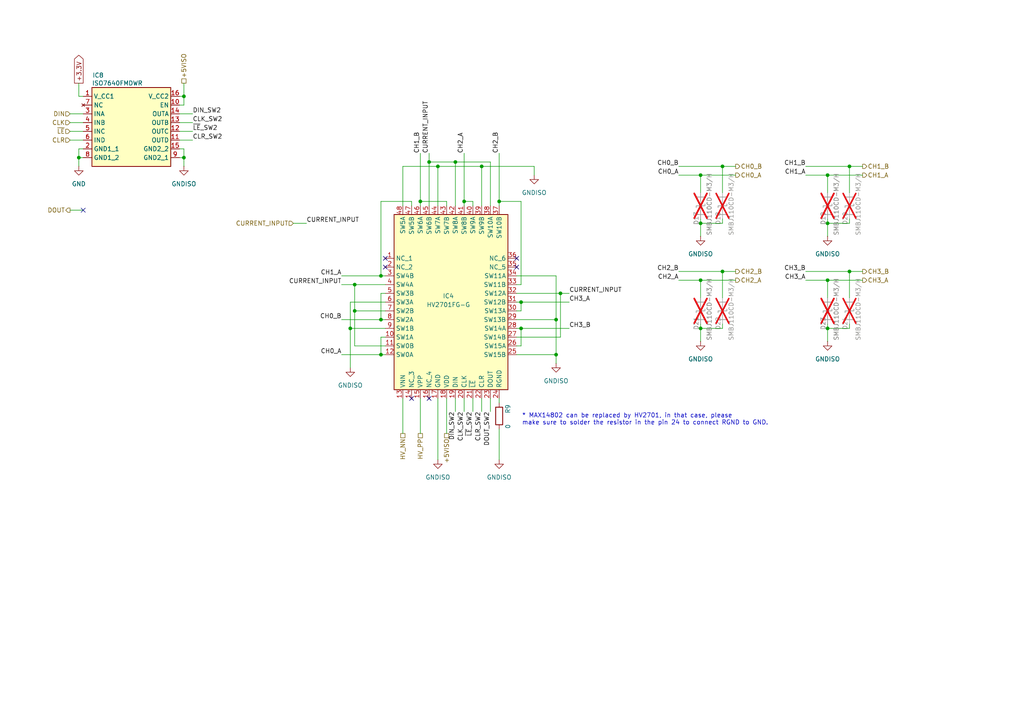
<source format=kicad_sch>
(kicad_sch (version 20231120) (generator "eeschema") (generator_version "8.0")
  (paper "A4")
  (title_block (title "TechStim-Hardware Design") (date "2024-04-17") (rev "0.0.1") (company "Technaid SL") (comment 1 "IND2022/TIC-23606"))
  (lib_symbols
    (symbol "Device:R" (pin_numbers hide) (pin_names (offset 0))
      (property "Reference" "R" (at 2.032 0 90))
      (property "Value" "R" (at 0 0 90))
      (symbol "R_0_1"
        (rectangle (start -1.016 -2.54) (end 1.016 2.54) (stroke (width 0.254)))
      )
      (symbol "R_1_1"
        (pin passive line (at 0 3.81 270) (length 1.27) (name "~") (number "1"))
        (pin passive line (at 0 -3.81 90) (length 1.27) (name "~") (number "2"))
      )
    )
    (symbol "Diode:SMAJ5.0CA" (pin_numbers hide) (pin_names (offset 1.016) hide)
      (property "Reference" "D" (at 0 2.54 0))
      (property "Value" "SMAJ5.0CA" (at 0 -2.54 0))
      (symbol "SMAJ5.0CA_0_1"
        (polyline (pts (xy 1.27 0) (xy -1.27 0)))
        (polyline (pts (xy -2.54 -1.27) (xy 0 0) (xy -2.54 1.27) (xy -2.54 -1.27)) (stroke (width 0.2032)))
        (polyline (pts (xy 0.508 1.27) (xy 0 1.27) (xy 0 -1.27) (xy -0.508 -1.27)) (stroke (width 0.2032)))
        (polyline (pts (xy 2.54 1.27) (xy 2.54 -1.27) (xy 0 0) (xy 2.54 1.27)) (stroke (width 0.2032)))
      )
      (symbol "SMAJ5.0CA_1_1"
        (pin passive line (at -3.81 0 0) (length 2.54) (name "A1") (number "1"))
        (pin passive line (at 3.81 0 180) (length 2.54) (name "A2") (number "2"))
      )
    )
    (symbol "Technaid:ISO7640FMDWR"
      (property "Reference" "IC" (at 29.21 7.62 0))
      (property "Value" "ISO7640FMDWR" (at 29.21 5.08 0))
      (symbol "ISO7640FMDWR_1_1"
        (rectangle (start 5.08 2.54) (end 27.94 -20.32) (stroke (width 0.254)) (fill (type background)))
        (pin passive line (at 2.54 0 0) (length 2.54) (name "V_CC1") (number "1"))
        (pin passive line (at 30.48 -2.54 180) (length 2.54) (name "EN") (number "10"))
        (pin output line (at 30.48 -12.7 180) (length 2.54) (name "OUTD") (number "11"))
        (pin output line (at 30.48 -10.16 180) (length 2.54) (name "OUTC") (number "12"))
        (pin output line (at 30.48 -7.62 180) (length 2.54) (name "OUTB") (number "13"))
        (pin output line (at 30.48 -5.08 180) (length 2.54) (name "OUTA") (number "14"))
        (pin passive line (at 30.48 -15.24 180) (length 2.54) (name "GND2_2") (number "15"))
        (pin passive line (at 30.48 0 180) (length 2.54) (name "V_CC2") (number "16"))
        (pin passive line (at 2.54 -15.24 0) (length 2.54) (name "GND1_1") (number "2"))
        (pin input line (at 2.54 -5.08 0) (length 2.54) (name "INA") (number "3"))
        (pin input line (at 2.54 -7.62 0) (length 2.54) (name "INB") (number "4"))
        (pin input line (at 2.54 -10.16 0) (length 2.54) (name "INC") (number "5"))
        (pin input line (at 2.54 -12.7 0) (length 2.54) (name "IND") (number "6"))
        (pin no_connect line (at 2.54 -2.54 0) (length 2.54) (name "NC") (number "7"))
        (pin passive line (at 2.54 -17.78 0) (length 2.54) (name "GND1_2") (number "8"))
        (pin passive line (at 30.48 -17.78 180) (length 2.54) (name "GND2_1") (number "9"))
      )
    )
    (symbol "power:GND" (power) (pin_numbers hide) (pin_names (offset 0) hide)
      (property "Value" "GND" (at 0 -3.81 0))
      (symbol "GND_0_1"
        (polyline (pts (xy 0 0) (xy 0 -1.27) (xy 1.27 -1.27) (xy 0 -2.54) (xy -1.27 -1.27) (xy 0 -1.27)))
      )
      (symbol "GND_1_1"
        (pin power_in line (at 0 0 270) (length 0) (name "~") (number "1"))
      )
    )
    (symbol "power:GND3" (power) (pin_numbers hide) (pin_names (offset 0) hide)
      (property "Value" "GND3" (at 0 -3.81 0))
      (symbol "GND3_0_1"
        (polyline (pts (xy 0 0) (xy 0 -1.27) (xy 1.27 -1.27) (xy 0 -2.54) (xy -1.27 -1.27) (xy 0 -1.27)))
      )
      (symbol "GND3_1_1"
        (pin power_in line (at 0 0 270) (length 0) (name "~") (number "1"))
      )
    )
    (symbol "techstim:HV2701FG-G"
      (property "Reference" "IC" (at 33.528 -0.762 0))
      (property "Value" "HV2701FG-G" (at 33.528 -3.302 0))
      (symbol "HV2701FG-G_1_1"
        (rectangle (start 0 0) (end 33.02 -50.8) (stroke (width 0.254)) (fill (type background)))
        (pin no_connect line (at -2.54 -12.7 0) (length 2.54) (name "NC_1") (number "1"))
        (pin passive line (at -2.54 -35.56 0) (length 2.54) (name "SW1A") (number "10"))
        (pin passive line (at -2.54 -38.1 0) (length 2.54) (name "SW0B") (number "11"))
        (pin passive line (at -2.54 -40.64 0) (length 2.54) (name "SW0A") (number "12"))
        (pin power_in line (at 2.54 -53.34 90) (length 2.54) (name "VNN") (number "13"))
        (pin no_connect line (at 5.08 -53.34 90) (length 2.54) (name "NC_3") (number "14"))
        (pin power_in line (at 7.62 -53.34 90) (length 2.54) (name "VPP") (number "15"))
        (pin no_connect line (at 10.16 -53.34 90) (length 2.54) (name "NC_4") (number "16"))
        (pin power_in line (at 12.7 -53.34 90) (length 2.54) (name "GND") (number "17"))
        (pin power_in line (at 15.24 -53.34 90) (length 2.54) (name "VDD") (number "18"))
        (pin input line (at 17.78 -53.34 90) (length 2.54) (name "DIN") (number "19"))
        (pin no_connect line (at -2.54 -15.24 0) (length 2.54) (name "NC_2") (number "2"))
        (pin input line (at 20.32 -53.34 90) (length 2.54) (name "CLK") (number "20"))
        (pin input line (at 22.86 -53.34 90) (length 2.54) (name "~{LE}") (number "21"))
        (pin input line (at 25.4 -53.34 90) (length 2.54) (name "CLR") (number "22"))
        (pin output line (at 27.94 -53.34 90) (length 2.54) (name "DOUT") (number "23"))
        (pin power_in line (at 30.48 -53.34 90) (length 2.54) (name "RGND") (number "24"))
        (pin passive line (at 35.56 -40.64 180) (length 2.54) (name "SW15B") (number "25"))
        (pin passive line (at 35.56 -38.1 180) (length 2.54) (name "SW15A") (number "26"))
        (pin passive line (at 35.56 -35.56 180) (length 2.54) (name "SW14B") (number "27"))
        (pin passive line (at 35.56 -33.02 180) (length 2.54) (name "SW14A") (number "28"))
        (pin passive line (at 35.56 -30.48 180) (length 2.54) (name "SW13B") (number "29"))
        (pin passive line (at -2.54 -17.78 0) (length 2.54) (name "SW4B") (number "3"))
        (pin passive line (at 35.56 -27.94 180) (length 2.54) (name "SW13A") (number "30"))
        (pin passive line (at 35.56 -25.4 180) (length 2.54) (name "SW12B") (number "31"))
        (pin passive line (at 35.56 -22.86 180) (length 2.54) (name "SW12A") (number "32"))
        (pin passive line (at 35.56 -20.32 180) (length 2.54) (name "SW11B") (number "33"))
        (pin passive line (at 35.56 -17.78 180) (length 2.54) (name "SW11A") (number "34"))
        (pin no_connect line (at 35.56 -15.24 180) (length 2.54) (name "NC_5") (number "35"))
        (pin no_connect line (at 35.56 -12.7 180) (length 2.54) (name "NC_6") (number "36"))
        (pin passive line (at 30.48 2.54 270) (length 2.54) (name "SW10B") (number "37"))
        (pin passive line (at 27.94 2.54 270) (length 2.54) (name "SW10A") (number "38"))
        (pin passive line (at 25.4 2.54 270) (length 2.54) (name "SW9B") (number "39"))
        (pin passive line (at -2.54 -20.32 0) (length 2.54) (name "SW4A") (number "4"))
        (pin passive line (at 22.86 2.54 270) (length 2.54) (name "SW9A") (number "40"))
        (pin passive line (at 20.32 2.54 270) (length 2.54) (name "SW8B") (number "41"))
        (pin passive line (at 17.78 2.54 270) (length 2.54) (name "SW8A") (number "42"))
        (pin passive line (at 15.24 2.54 270) (length 2.54) (name "SW7B") (number "43"))
        (pin passive line (at 12.7 2.54 270) (length 2.54) (name "SW7A") (number "44"))
        (pin passive line (at 10.16 2.54 270) (length 2.54) (name "SW6B") (number "45"))
        (pin passive line (at 7.62 2.54 270) (length 2.54) (name "SW6A") (number "46"))
        (pin passive line (at 5.08 2.54 270) (length 2.54) (name "SW5B") (number "47"))
        (pin passive line (at 2.54 2.54 270) (length 2.54) (name "SW5A") (number "48"))
        (pin passive line (at -2.54 -22.86 0) (length 2.54) (name "SW3B") (number "5"))
        (pin passive line (at -2.54 -25.4 0) (length 2.54) (name "SW3A") (number "6"))
        (pin passive line (at -2.54 -27.94 0) (length 2.54) (name "SW2B") (number "7"))
        (pin passive line (at -2.54 -30.48 0) (length 2.54) (name "SW2A") (number "8"))
        (pin passive line (at -2.54 -33.02 0) (length 2.54) (name "SW1B") (number "9"))
      )
    )
  )
  (junction (at 110.49 92.71))
  (junction (at 151.13 95.25))
  (junction (at 121.92 58.42))
  (junction (at 102.87 82.55))
  (junction (at 203.2 81.28))
  (junction (at 161.29 102.87))
  (junction (at 240.03 81.28))
  (junction (at 144.78 58.42))
  (junction (at 240.03 64.77))
  (junction (at 110.49 80.01))
  (junction (at 127 48.26))
  (junction (at 124.46 46.99))
  (junction (at 240.03 95.25))
  (junction (at 110.49 102.87))
  (junction (at 246.38 48.26))
  (junction (at 139.7 48.26))
  (junction (at 203.2 95.25))
  (junction (at 209.55 78.74))
  (junction (at 162.56 85.09))
  (junction (at 151.13 87.63))
  (junction (at 22.86 45.72))
  (junction (at 203.2 64.77))
  (junction (at 134.62 58.42))
  (junction (at 101.6 95.25))
  (junction (at 209.55 48.26))
  (junction (at 53.34 45.72))
  (junction (at 203.2 50.8))
  (junction (at 102.87 90.17))
  (junction (at 53.34 27.94))
  (junction (at 240.03 50.8))
  (junction (at 246.38 78.74))
  (junction (at 161.29 92.71))
  (junction (at 132.08 46.99))
  (no_connect (at 111.76 77.47))
  (no_connect (at 149.86 74.93))
  (no_connect (at 119.38 115.57))
  (no_connect (at 111.76 74.93))
  (no_connect (at 124.46 115.57))
  (no_connect (at 149.86 77.47))
  (no_connect (at 24.13 60.96))
  (wire (pts (xy 85.09 64.77) (xy 88.9 64.77)))
  (wire (pts (xy 52.07 43.18) (xy 53.34 43.18)))
  (wire (pts (xy 116.84 48.26) (xy 127 48.26)))
  (wire (pts (xy 149.86 97.79) (xy 162.56 97.79)))
  (wire (pts (xy 119.38 58.42) (xy 119.38 59.69)))
  (wire (pts (xy 24.13 27.94) (xy 22.86 27.94)))
  (wire (pts (xy 162.56 97.79) (xy 162.56 85.09)))
  (wire (pts (xy 111.76 90.17) (xy 102.87 90.17)))
  (wire (pts (xy 154.94 48.26) (xy 154.94 50.8)))
  (wire (pts (xy 99.06 92.71) (xy 110.49 92.71)))
  (wire (pts (xy 209.55 86.36) (xy 209.55 78.74)))
  (wire (pts (xy 233.68 81.28) (xy 240.03 81.28)))
  (wire (pts (xy 53.34 45.72) (xy 53.34 48.26)))
  (wire (pts (xy 99.06 82.55) (xy 102.87 82.55)))
  (wire (pts (xy 240.03 86.36) (xy 240.03 81.28)))
  (wire (pts (xy 52.07 45.72) (xy 53.34 45.72)))
  (wire (pts (xy 102.87 90.17) (xy 102.87 100.33)))
  (wire (pts (xy 134.62 44.45) (xy 134.62 58.42)))
  (wire (pts (xy 139.7 48.26) (xy 139.7 59.69)))
  (wire (pts (xy 240.03 55.88) (xy 240.03 50.8)))
  (wire (pts (xy 240.03 63.5) (xy 240.03 64.77)))
  (wire (pts (xy 151.13 95.25) (xy 165.1 95.25)))
  (wire (pts (xy 196.85 78.74) (xy 209.55 78.74)))
  (wire (pts (xy 111.76 87.63) (xy 101.6 87.63)))
  (wire (pts (xy 246.38 64.77) (xy 240.03 64.77)))
  (wire (pts (xy 246.38 63.5) (xy 246.38 64.77)))
  (wire (pts (xy 20.32 33.02) (xy 24.13 33.02)))
  (wire (pts (xy 240.03 81.28) (xy 250.19 81.28)))
  (wire (pts (xy 22.86 45.72) (xy 22.86 48.26)))
  (wire (pts (xy 111.76 97.79) (xy 110.49 97.79)))
  (wire (pts (xy 142.24 46.99) (xy 132.08 46.99)))
  (wire (pts (xy 124.46 46.99) (xy 124.46 59.69)))
  (wire (pts (xy 149.86 92.71) (xy 161.29 92.71)))
  (wire (pts (xy 151.13 58.42) (xy 151.13 82.55)))
  (wire (pts (xy 101.6 87.63) (xy 101.6 95.25)))
  (wire (pts (xy 124.46 44.45) (xy 124.46 46.99)))
  (wire (pts (xy 161.29 102.87) (xy 161.29 105.41)))
  (wire (pts (xy 24.13 45.72) (xy 22.86 45.72)))
  (wire (pts (xy 110.49 85.09) (xy 110.49 92.71)))
  (wire (pts (xy 22.86 27.94) (xy 22.86 24.13)))
  (wire (pts (xy 129.54 115.57) (xy 129.54 125.73)))
  (wire (pts (xy 246.38 78.74) (xy 250.19 78.74)))
  (wire (pts (xy 20.32 60.96) (xy 24.13 60.96)))
  (wire (pts (xy 162.56 85.09) (xy 165.1 85.09)))
  (wire (pts (xy 127 48.26) (xy 127 59.69)))
  (wire (pts (xy 111.76 82.55) (xy 102.87 82.55)))
  (wire (pts (xy 209.55 93.98) (xy 209.55 95.25)))
  (wire (pts (xy 52.07 35.56) (xy 55.88 35.56)))
  (wire (pts (xy 149.86 85.09) (xy 162.56 85.09)))
  (wire (pts (xy 52.07 30.48) (xy 53.34 30.48)))
  (wire (pts (xy 132.08 59.69) (xy 132.08 46.99)))
  (wire (pts (xy 144.78 124.46) (xy 144.78 133.35)))
  (wire (pts (xy 203.2 81.28) (xy 213.36 81.28)))
  (wire (pts (xy 233.68 78.74) (xy 246.38 78.74)))
  (wire (pts (xy 116.84 59.69) (xy 116.84 48.26)))
  (wire (pts (xy 102.87 82.55) (xy 102.87 90.17)))
  (wire (pts (xy 111.76 85.09) (xy 110.49 85.09)))
  (wire (pts (xy 240.03 95.25) (xy 240.03 99.06)))
  (wire (pts (xy 121.92 59.69) (xy 121.92 58.42)))
  (wire (pts (xy 149.86 80.01) (xy 161.29 80.01)))
  (wire (pts (xy 149.86 90.17) (xy 151.13 90.17)))
  (wire (pts (xy 101.6 95.25) (xy 101.6 106.68)))
  (wire (pts (xy 110.49 80.01) (xy 110.49 58.42)))
  (wire (pts (xy 52.07 38.1) (xy 55.88 38.1)))
  (wire (pts (xy 139.7 48.26) (xy 154.94 48.26)))
  (wire (pts (xy 144.78 115.57) (xy 144.78 116.84)))
  (wire (pts (xy 149.86 102.87) (xy 161.29 102.87)))
  (wire (pts (xy 246.38 93.98) (xy 246.38 95.25)))
  (wire (pts (xy 52.07 33.02) (xy 55.88 33.02)))
  (wire (pts (xy 209.55 63.5) (xy 209.55 64.77)))
  (wire (pts (xy 149.86 95.25) (xy 151.13 95.25)))
  (wire (pts (xy 144.78 44.45) (xy 144.78 58.42)))
  (wire (pts (xy 233.68 48.26) (xy 246.38 48.26)))
  (wire (pts (xy 102.87 100.33) (xy 111.76 100.33)))
  (wire (pts (xy 196.85 81.28) (xy 203.2 81.28)))
  (wire (pts (xy 121.92 115.57) (xy 121.92 125.73)))
  (wire (pts (xy 137.16 115.57) (xy 137.16 119.38)))
  (wire (pts (xy 127 115.57) (xy 127 133.35)))
  (wire (pts (xy 52.07 27.94) (xy 53.34 27.94)))
  (wire (pts (xy 142.24 59.69) (xy 142.24 46.99)))
  (wire (pts (xy 99.06 102.87) (xy 110.49 102.87)))
  (wire (pts (xy 20.32 38.1) (xy 24.13 38.1)))
  (wire (pts (xy 129.54 58.42) (xy 129.54 59.69)))
  (wire (pts (xy 127 48.26) (xy 139.7 48.26)))
  (wire (pts (xy 24.13 43.18) (xy 22.86 43.18)))
  (wire (pts (xy 161.29 92.71) (xy 161.29 102.87)))
  (wire (pts (xy 132.08 115.57) (xy 132.08 119.38)))
  (wire (pts (xy 110.49 102.87) (xy 111.76 102.87)))
  (wire (pts (xy 196.85 50.8) (xy 203.2 50.8)))
  (wire (pts (xy 203.2 63.5) (xy 203.2 64.77)))
  (wire (pts (xy 246.38 86.36) (xy 246.38 78.74)))
  (wire (pts (xy 203.2 64.77) (xy 203.2 68.58)))
  (wire (pts (xy 151.13 95.25) (xy 151.13 100.33)))
  (wire (pts (xy 246.38 55.88) (xy 246.38 48.26)))
  (wire (pts (xy 116.84 115.57) (xy 116.84 125.73)))
  (wire (pts (xy 203.2 50.8) (xy 213.36 50.8)))
  (wire (pts (xy 134.62 58.42) (xy 137.16 58.42)))
  (wire (pts (xy 121.92 58.42) (xy 129.54 58.42)))
  (wire (pts (xy 134.62 115.57) (xy 134.62 119.38)))
  (wire (pts (xy 110.49 92.71) (xy 111.76 92.71)))
  (wire (pts (xy 144.78 58.42) (xy 151.13 58.42)))
  (wire (pts (xy 53.34 43.18) (xy 53.34 45.72)))
  (wire (pts (xy 196.85 48.26) (xy 209.55 48.26)))
  (wire (pts (xy 22.86 43.18) (xy 22.86 45.72)))
  (wire (pts (xy 149.86 100.33) (xy 151.13 100.33)))
  (wire (pts (xy 240.03 93.98) (xy 240.03 95.25)))
  (wire (pts (xy 151.13 87.63) (xy 151.13 90.17)))
  (wire (pts (xy 203.2 95.25) (xy 203.2 99.06)))
  (wire (pts (xy 203.2 93.98) (xy 203.2 95.25)))
  (wire (pts (xy 144.78 59.69) (xy 144.78 58.42)))
  (wire (pts (xy 20.32 40.64) (xy 24.13 40.64)))
  (wire (pts (xy 20.32 35.56) (xy 24.13 35.56)))
  (wire (pts (xy 246.38 95.25) (xy 240.03 95.25)))
  (wire (pts (xy 209.55 64.77) (xy 203.2 64.77)))
  (wire (pts (xy 149.86 87.63) (xy 151.13 87.63)))
  (wire (pts (xy 132.08 46.99) (xy 124.46 46.99)))
  (wire (pts (xy 240.03 50.8) (xy 250.19 50.8)))
  (wire (pts (xy 203.2 55.88) (xy 203.2 50.8)))
  (wire (pts (xy 53.34 30.48) (xy 53.34 27.94)))
  (wire (pts (xy 137.16 58.42) (xy 137.16 59.69)))
  (wire (pts (xy 151.13 82.55) (xy 149.86 82.55)))
  (wire (pts (xy 52.07 40.64) (xy 55.88 40.64)))
  (wire (pts (xy 240.03 64.77) (xy 240.03 68.58)))
  (wire (pts (xy 121.92 44.45) (xy 121.92 58.42)))
  (wire (pts (xy 111.76 80.01) (xy 110.49 80.01)))
  (wire (pts (xy 134.62 59.69) (xy 134.62 58.42)))
  (wire (pts (xy 99.06 80.01) (xy 110.49 80.01)))
  (wire (pts (xy 161.29 80.01) (xy 161.29 92.71)))
  (wire (pts (xy 209.55 95.25) (xy 203.2 95.25)))
  (wire (pts (xy 209.55 78.74) (xy 213.36 78.74)))
  (wire (pts (xy 151.13 87.63) (xy 165.1 87.63)))
  (wire (pts (xy 203.2 86.36) (xy 203.2 81.28)))
  (wire (pts (xy 110.49 97.79) (xy 110.49 102.87)))
  (wire (pts (xy 233.68 50.8) (xy 240.03 50.8)))
  (wire (pts (xy 53.34 27.94) (xy 53.34 24.13)))
  (wire (pts (xy 246.38 48.26) (xy 250.19 48.26)))
  (wire (pts (xy 209.55 48.26) (xy 213.36 48.26)))
  (wire (pts (xy 110.49 58.42) (xy 119.38 58.42)))
  (wire (pts (xy 209.55 55.88) (xy 209.55 48.26)))
  (wire (pts (xy 101.6 95.25) (xy 111.76 95.25)))
  (wire (pts (xy 142.24 115.57) (xy 142.24 119.38)))
  (wire (pts (xy 139.7 115.57) (xy 139.7 119.38)))
  (text "* MAX14802 can be replaced by HV2701, in that case, please\nmake sure to solder the resistor in the pin 24 to connect RGND to GND." (at 151.384 121.666 0) (effects (font (size 1.27 1.27)) (justify left)))
  (label "CURRENT_INPUT" (at 165.1 85.09 0))
  (label "CLR_SW2" (at 55.88 40.64 0))
  (label "DOUT_SW2" (at 142.24 119.38 270))
  (label "CURRENT_INPUT" (at 124.46 44.45 90))
  (label "CH0_A" (at 99.06 102.87 180))
  (label "CH0_B" (at 99.06 92.71 180))
  (label "CH3_B" (at 165.1 95.25 0))
  (label "CH3_A" (at 233.68 81.28 180))
  (label "CURRENT_INPUT" (at 99.06 82.55 180))
  (label "CH3_A" (at 165.1 87.63 0))
  (label "CLR_SW2" (at 139.7 119.38 270))
  (label "CH2_B" (at 196.85 78.74 180))
  (label "~{LE}_SW2" (at 137.16 119.38 270))
  (label "CH1_A" (at 233.68 50.8 180))
  (label "CH2_A" (at 196.85 81.28 180))
  (label "DIN_SW2" (at 132.08 119.38 270))
  (label "CH2_B" (at 144.78 44.45 90))
  (label "CH1_B" (at 121.92 44.45 90))
  (label "DIN_SW2" (at 55.88 33.02 0))
  (label "CH1_B" (at 233.68 48.26 180))
  (label "CH3_B" (at 233.68 78.74 180))
  (label "CH1_A" (at 99.06 80.01 180))
  (label "~{LE}_SW2" (at 55.88 38.1 0))
  (label "CLK_SW2" (at 55.88 35.56 0))
  (label "CLK_SW2" (at 134.62 119.38 270))
  (label "CH0_A" (at 196.85 50.8 180))
  (label "CH0_B" (at 196.85 48.26 180))
  (label "CH2_A" (at 134.62 44.45 90))
  (label "CURRENT_INPUT" (at 88.9 64.77 0))
  (global_label "+3.3V" (shape output) (at 22.86 24.13 90) (property "Intersheetrefs" "${INTERSHEET_REFS}" (effects (hide yes))))
  (hierarchical_label "CURRENT_INPUT" (shape input) (at 85.09 64.77 180))
  (hierarchical_label "HV_PP" (shape passive) (at 121.92 125.73 270))
  (hierarchical_label "CH2_B" (shape output) (at 213.36 78.74 0))
  (hierarchical_label "~{LE}" (shape input) (at 20.32 38.1 180))
  (hierarchical_label "CH0_A" (shape output) (at 213.36 50.8 0))
  (hierarchical_label "CLK" (shape input) (at 20.32 35.56 180))
  (hierarchical_label "CH3_B" (shape output) (at 250.19 78.74 0))
  (hierarchical_label "+5VISO" (shape passive) (at 129.54 125.73 270))
  (hierarchical_label "CH2_A" (shape output) (at 213.36 81.28 0))
  (hierarchical_label "CH1_A" (shape output) (at 250.19 50.8 0))
  (hierarchical_label "DIN" (shape input) (at 20.32 33.02 180))
  (hierarchical_label "CH1_B" (shape output) (at 250.19 48.26 0))
  (hierarchical_label "CLR" (shape input) (at 20.32 40.64 180))
  (hierarchical_label "DOUT" (shape output) (at 20.32 60.96 180))
  (hierarchical_label "CH3_A" (shape output) (at 250.19 81.28 0))
  (hierarchical_label "HV_NN" (shape passive) (at 116.84 125.73 270))
  (hierarchical_label "+5VISO" (shape passive) (at 53.34 24.13 90))
  (hierarchical_label "CH0_B" (shape output) (at 213.36 48.26 0))
  (symbol (lib_id "Technaid:ISO7640FMDWR") (at 21.59 27.94 0) (unit 1)
    (property "Reference" "IC8" (at 28.448 21.844 0))
    (property "Value" "ISO7640FMDWR" (at 34.036 24.13 0))
    (property "Footprint" "Package_SO:SOIC-16W_7.5x10.3mm_P1.27mm" (effects (hide yes)))
    (property "Datasheet" "http://www.ti.com/lit/gpn/ISO7640FM" (effects (hide yes)))
    (property "Description" "6kVpk Low Power Quad Channels, 150Mbps Digital Isolators" (effects (hide yes)))
    (property "Height" "2.65" (effects (hide yes)))
    (property "Mouser Part Number" "595-ISO7640FMDWR" (effects (hide yes)))
    (property "Mouser Price/Stock" "https://www.mouser.co.uk/ProductDetail/Texas-Instruments/ISO7640FMDWR?qs=bhx7MkwkKU8Q7CcjCV9mvg%3D%3D" (effects (hide yes)))
    (property "Manufacturer_Name" "Texas Instruments" (effects (hide yes)))
    (property "Manufacturer_Part_Number" "ISO7640FMDWR" (effects (hide yes)))
    (property "MFN" "Texas Instruments" (effects (hide yes)))
    (property "MFP" "ISO7640FMDWR" (effects (hide yes)))
    (property "S1PN" "Mouser" (effects (hide yes)))
    (property "S1PL" "https://www.mouser.co.uk/ProductDetail/Texas-Instruments/ISO7640FMDWR?qs=bhx7MkwkKU8Q7CcjCV9mvg%3D%3D" (effects (hide yes)))
    (property "S1P#" "595-ISO7640FMDWR" (effects (hide yes)))
  )
  (symbol (lib_id "power:GND3") (at 203.2 68.58 0) (unit 1)
    (property "Reference" "#PWR040" (effects (hide yes)))
    (property "Value" "GNDISO" (at 203.2 73.66 0))
    (property "Description" "Power symbol creates a global label with name \"GND3\" , ground" (effects (hide yes)))
  )
  (symbol (lib_id "Diode:SMAJ5.0CA") (at 203.2 59.69 90) (mirror x) (unit 1) (dnp yes)
    (property "Reference" "D17" (at 201.93 65.278 0) (effects (justify right)))
    (property "Value" "SMBJ110CD-M3/H" (at 205.74 68.326 0) (effects (justify right)))
    (property "Footprint" "Diode_SMD:D_SMA" (effects (hide yes)))
    (property "Datasheet" "https://www.littelfuse.com/media?resourcetype=datasheets&itemid=75e32973-b177-4ee3-a0ff-cedaf1abdb93&filename=smaj-datasheet" (effects (hide yes)))
    (property "Description" "ESD Suppressors / TVS Diodes 110V 600W Bidir TransZorb 3.5% Tol" (effects (hide yes)))
    (property "MFN" "Vishay General Semiconductor" (effects (hide yes)))
    (property "MFP" "SMBJ110CD-M3/H" (effects (hide yes)))
    (property "S1PN" "Mouser" (effects (hide yes)))
    (property "S1PL" "https://eu.mouser.com/ProductDetail/Vishay-General-Semiconductor/SMBJ110CD-M3-H?qs=5aG0NVq1C4wCMBQujN%252BJrQ%3D%3D" (effects (hide yes)))
    (property "S1P#" "78-SMBJ110CD-M3/H " (effects (hide yes)))
  )
  (symbol (lib_id "power:GND3") (at 53.34 48.26 0) (unit 1)
    (property "Reference" "#PWR042" (effects (hide yes)))
    (property "Value" "GNDISO" (at 53.34 53.34 0))
    (property "Description" "Power symbol creates a global label with name \"GND3\" , ground" (effects (hide yes)))
  )
  (symbol (lib_id "power:GND3") (at 101.6 106.68 0) (unit 1)
    (property "Reference" "#PWR039" (effects (hide yes)))
    (property "Value" "GNDISO" (at 101.6 111.76 0))
    (property "Description" "Power symbol creates a global label with name \"GND3\" , ground" (effects (hide yes)))
  )
  (symbol (lib_id "Diode:SMAJ5.0CA") (at 240.03 90.17 90) (mirror x) (unit 1) (dnp yes)
    (property "Reference" "D23" (at 238.76 95.758 0) (effects (justify right)))
    (property "Value" "SMBJ110CD-M3/H" (at 242.57 98.806 0) (effects (justify right)))
    (property "Footprint" "Diode_SMD:D_SMA" (effects (hide yes)))
    (property "Datasheet" "https://www.littelfuse.com/media?resourcetype=datasheets&itemid=75e32973-b177-4ee3-a0ff-cedaf1abdb93&filename=smaj-datasheet" (effects (hide yes)))
    (property "Description" "ESD Suppressors / TVS Diodes 110V 600W Bidir TransZorb 3.5% Tol" (effects (hide yes)))
    (property "MFN" "Vishay General Semiconductor" (effects (hide yes)))
    (property "MFP" "SMBJ110CD-M3/H" (effects (hide yes)))
    (property "S1PN" "Mouser" (effects (hide yes)))
    (property "S1PL" "https://eu.mouser.com/ProductDetail/Vishay-General-Semiconductor/SMBJ110CD-M3-H?qs=5aG0NVq1C4wCMBQujN%252BJrQ%3D%3D" (effects (hide yes)))
    (property "S1P#" "78-SMBJ110CD-M3/H " (effects (hide yes)))
  )
  (symbol (lib_id "power:GND3") (at 154.94 50.8 0) (unit 1)
    (property "Reference" "#PWR047" (effects (hide yes)))
    (property "Value" "GNDISO" (at 154.94 55.88 0))
    (property "Description" "Power symbol creates a global label with name \"GND3\" , ground" (effects (hide yes)))
  )
  (symbol (lib_id "Diode:SMAJ5.0CA") (at 209.55 59.69 90) (mirror x) (unit 1) (dnp yes)
    (property "Reference" "D18" (at 208.28 65.278 0) (effects (justify right)))
    (property "Value" "SMBJ110CD-M3/H" (at 212.09 68.326 0) (effects (justify right)))
    (property "Footprint" "Diode_SMD:D_SMA" (effects (hide yes)))
    (property "Datasheet" "https://www.littelfuse.com/media?resourcetype=datasheets&itemid=75e32973-b177-4ee3-a0ff-cedaf1abdb93&filename=smaj-datasheet" (effects (hide yes)))
    (property "Description" "ESD Suppressors / TVS Diodes 110V 600W Bidir TransZorb 3.5% Tol" (effects (hide yes)))
    (property "MFN" "Vishay General Semiconductor" (effects (hide yes)))
    (property "MFP" "SMBJ110CD-M3/H" (effects (hide yes)))
    (property "S1PN" "Mouser" (effects (hide yes)))
    (property "S1PL" "https://eu.mouser.com/ProductDetail/Vishay-General-Semiconductor/SMBJ110CD-M3-H?qs=5aG0NVq1C4wCMBQujN%252BJrQ%3D%3D" (effects (hide yes)))
    (property "S1P#" "78-SMBJ110CD-M3/H " (effects (hide yes)))
  )
  (symbol (lib_id "Diode:SMAJ5.0CA") (at 246.38 59.69 90) (mirror x) (unit 1) (dnp yes)
    (property "Reference" "D20" (at 245.11 65.278 0) (effects (justify right)))
    (property "Value" "SMBJ110CD-M3/H" (at 248.92 68.326 0) (effects (justify right)))
    (property "Footprint" "Diode_SMD:D_SMA" (effects (hide yes)))
    (property "Datasheet" "https://www.littelfuse.com/media?resourcetype=datasheets&itemid=75e32973-b177-4ee3-a0ff-cedaf1abdb93&filename=smaj-datasheet" (effects (hide yes)))
    (property "Description" "ESD Suppressors / TVS Diodes 110V 600W Bidir TransZorb 3.5% Tol" (effects (hide yes)))
    (property "MFN" "Vishay General Semiconductor" (effects (hide yes)))
    (property "MFP" "SMBJ110CD-M3/H" (effects (hide yes)))
    (property "S1PN" "Mouser" (effects (hide yes)))
    (property "S1PL" "https://eu.mouser.com/ProductDetail/Vishay-General-Semiconductor/SMBJ110CD-M3-H?qs=5aG0NVq1C4wCMBQujN%252BJrQ%3D%3D" (effects (hide yes)))
    (property "S1P#" "78-SMBJ110CD-M3/H " (effects (hide yes)))
  )
  (symbol (lib_id "power:GND3") (at 240.03 99.06 0) (unit 1)
    (property "Reference" "#PWR049" (effects (hide yes)))
    (property "Value" "GNDISO" (at 240.03 104.14 0))
    (property "Description" "Power symbol creates a global label with name \"GND3\" , ground" (effects (hide yes)))
  )
  (symbol (lib_id "power:GND3") (at 161.29 105.41 0) (unit 1)
    (property "Reference" "#PWR041" (effects (hide yes)))
    (property "Value" "GNDISO" (at 161.29 110.49 0))
    (property "Description" "Power symbol creates a global label with name \"GND3\" , ground" (effects (hide yes)))
  )
  (symbol (lib_id "power:GND3") (at 127 133.35 0) (unit 1)
    (property "Reference" "#PWR044" (effects (hide yes)))
    (property "Value" "GNDISO" (at 127 138.43 0))
    (property "Description" "Power symbol creates a global label with name \"GND3\" , ground" (effects (hide yes)))
  )
  (symbol (lib_id "Diode:SMAJ5.0CA") (at 240.03 59.69 90) (mirror x) (unit 1) (dnp yes)
    (property "Reference" "D19" (at 238.76 65.278 0) (effects (justify right)))
    (property "Value" "SMBJ110CD-M3/H" (at 242.57 68.326 0) (effects (justify right)))
    (property "Footprint" "Diode_SMD:D_SMA" (effects (hide yes)))
    (property "Datasheet" "https://www.littelfuse.com/media?resourcetype=datasheets&itemid=75e32973-b177-4ee3-a0ff-cedaf1abdb93&filename=smaj-datasheet" (effects (hide yes)))
    (property "Description" "ESD Suppressors / TVS Diodes 110V 600W Bidir TransZorb 3.5% Tol" (effects (hide yes)))
    (property "MFN" "Vishay General Semiconductor" (effects (hide yes)))
    (property "MFP" "SMBJ110CD-M3/H" (effects (hide yes)))
    (property "S1PN" "Mouser" (effects (hide yes)))
    (property "S1PL" "https://eu.mouser.com/ProductDetail/Vishay-General-Semiconductor/SMBJ110CD-M3-H?qs=5aG0NVq1C4wCMBQujN%252BJrQ%3D%3D" (effects (hide yes)))
    (property "S1P#" "78-SMBJ110CD-M3/H " (effects (hide yes)))
  )
  (symbol (lib_id "Diode:SMAJ5.0CA") (at 209.55 90.17 90) (mirror x) (unit 1) (dnp yes)
    (property "Reference" "D22" (at 208.28 95.758 0) (effects (justify right)))
    (property "Value" "SMBJ110CD-M3/H" (at 212.09 98.806 0) (effects (justify right)))
    (property "Footprint" "Diode_SMD:D_SMA" (effects (hide yes)))
    (property "Datasheet" "https://www.littelfuse.com/media?resourcetype=datasheets&itemid=75e32973-b177-4ee3-a0ff-cedaf1abdb93&filename=smaj-datasheet" (effects (hide yes)))
    (property "Description" "ESD Suppressors / TVS Diodes 110V 600W Bidir TransZorb 3.5% Tol" (effects (hide yes)))
    (property "MFN" "Vishay General Semiconductor" (effects (hide yes)))
    (property "MFP" "SMBJ110CD-M3/H" (effects (hide yes)))
    (property "S1PN" "Mouser" (effects (hide yes)))
    (property "S1PL" "https://eu.mouser.com/ProductDetail/Vishay-General-Semiconductor/SMBJ110CD-M3-H?qs=5aG0NVq1C4wCMBQujN%252BJrQ%3D%3D" (effects (hide yes)))
    (property "S1P#" "78-SMBJ110CD-M3/H " (effects (hide yes)))
  )
  (symbol (lib_id "power:GND3") (at 144.78 133.35 0) (unit 1)
    (property "Reference" "#PWR045" (effects (hide yes)))
    (property "Value" "GNDISO" (at 144.78 138.43 0))
    (property "Description" "Power symbol creates a global label with name \"GND3\" , ground" (effects (hide yes)))
  )
  (symbol (lib_id "power:GND3") (at 240.03 68.58 0) (unit 1)
    (property "Reference" "#PWR043" (effects (hide yes)))
    (property "Value" "GNDISO" (at 240.03 73.66 0))
    (property "Description" "Power symbol creates a global label with name \"GND3\" , ground" (effects (hide yes)))
  )
  (symbol (lib_id "power:GND") (at 22.86 48.26 0) (unit 1)
    (property "Reference" "#PWR073" (effects (hide yes)))
    (property "Value" "GND" (at 22.86 53.34 0))
    (property "Description" "Power symbol creates a global label with name \"GND\" , ground" (effects (hide yes)))
  )
  (symbol (lib_id "power:GND3") (at 203.2 99.06 0) (unit 1)
    (property "Reference" "#PWR059" (effects (hide yes)))
    (property "Value" "GNDISO" (at 203.2 104.14 0))
    (property "Description" "Power symbol creates a global label with name \"GND3\" , ground" (effects (hide yes)))
  )
  (symbol (lib_id "Device:R") (at 144.78 120.65 0) (mirror x) (unit 1)
    (property "Reference" "R9" (at 147.32 118.618 90))
    (property "Value" "0" (at 147.32 123.698 90))
    (property "Footprint" "Resistor_SMD:R_0805_2012Metric_Pad1.20x1.40mm_HandSolder" (effects (hide yes)))
    (property "Datasheet" "https://www.mouser.es/datasheet/2/447/YAGEO_PYu_RC_Group_51_RoHS_L_12-3313492.pdf" (effects (hide yes)))
    (property "Description" "Resistor" (effects (hide yes)))
    (property "MFN" "YAGEO" (effects (hide yes)))
    (property "MFP" "RC0805FR-070RL" (effects (hide yes)))
    (property "S1PN" "Mouser" (effects (hide yes)))
    (property "S1PL" "https://www.mouser.es/ProductDetail/YAGEO/RC0805FR-070RL?qs=fRxXYNj8ftF6kXqh1XbZJQ%3D%3D" (effects (hide yes)))
    (property "S1P#" "603-RC0805FR-070RL" (effects (hide yes)))
  )
  (symbol (lib_id "Diode:SMAJ5.0CA") (at 246.38 90.17 90) (mirror x) (unit 1) (dnp yes)
    (property "Reference" "D24" (at 245.11 95.758 0) (effects (justify right)))
    (property "Value" "SMBJ110CD-M3/H" (at 248.92 98.806 0) (effects (justify right)))
    (property "Footprint" "Diode_SMD:D_SMA" (effects (hide yes)))
    (property "Datasheet" "https://www.littelfuse.com/media?resourcetype=datasheets&itemid=75e32973-b177-4ee3-a0ff-cedaf1abdb93&filename=smaj-datasheet" (effects (hide yes)))
    (property "Description" "ESD Suppressors / TVS Diodes 110V 600W Bidir TransZorb 3.5% Tol" (effects (hide yes)))
    (property "MFN" "Vishay General Semiconductor" (effects (hide yes)))
    (property "MFP" "SMBJ110CD-M3/H" (effects (hide yes)))
    (property "S1PN" "Mouser" (effects (hide yes)))
    (property "S1PL" "https://eu.mouser.com/ProductDetail/Vishay-General-Semiconductor/SMBJ110CD-M3-H?qs=5aG0NVq1C4wCMBQujN%252BJrQ%3D%3D" (effects (hide yes)))
    (property "S1P#" "78-SMBJ110CD-M3/H " (effects (hide yes)))
  )
  (symbol (lib_id "Diode:SMAJ5.0CA") (at 203.2 90.17 90) (mirror x) (unit 1) (dnp yes)
    (property "Reference" "D21" (at 201.93 95.758 0) (effects (justify right)))
    (property "Value" "SMBJ110CD-M3/H" (at 205.74 98.806 0) (effects (justify right)))
    (property "Footprint" "Diode_SMD:D_SMA" (effects (hide yes)))
    (property "Datasheet" "https://www.littelfuse.com/media?resourcetype=datasheets&itemid=75e32973-b177-4ee3-a0ff-cedaf1abdb93&filename=smaj-datasheet" (effects (hide yes)))
    (property "Description" "ESD Suppressors / TVS Diodes 110V 600W Bidir TransZorb 3.5% Tol" (effects (hide yes)))
    (property "MFN" "Vishay General Semiconductor" (effects (hide yes)))
    (property "MFP" "SMBJ110CD-M3/H" (effects (hide yes)))
    (property "S1PN" "Mouser" (effects (hide yes)))
    (property "S1PL" "https://eu.mouser.com/ProductDetail/Vishay-General-Semiconductor/SMBJ110CD-M3-H?qs=5aG0NVq1C4wCMBQujN%252BJrQ%3D%3D" (effects (hide yes)))
    (property "S1P#" "78-SMBJ110CD-M3/H " (effects (hide yes)))
  )
  (symbol (lib_id "techstim:HV2701FG-G") (at 114.3 62.23 0) (unit 1)
    (property "Reference" "IC4" (at 130.048 85.852 0))
    (property "Value" "HV2701FG-G" (at 130.048 88.392 0))
    (property "Footprint" "Package_QFP:LQFP-48_7x7mm_P0.5mm" (effects (hide yes)))
    (property "Datasheet" "https://4donline.ihs.com/images/VipMasterIC/IC/SUPR/SUPRS02903/SUPRS02903-1.pdf?hkey=EF798316E3902B6ED9A73243A3159BB0" (effects (hide yes)))
    (property "Description" "The Supertex HV2701 is a low charge injection, 16-channel, high voltage, analog switch integrated circuit (IC) with bleed resistors. The device can be used in applications requiring high voltage switching controlled by low voltage control signals, such as medical ultrasound imaging and piezoelectric transducer drivers. The bleed resistors eliminate voltage built up on capacitive loads such as piezoelectric transducers." (effects (hide yes)))
    (property "Height" "1.6" (effects (hide yes)))
    (property "Mouser Part Number" "689-HV2701FG-G" (effects (hide yes)))
    (property "Mouser Price/Stock" "https://www.mouser.co.uk/ProductDetail/Microchip-Technology/HV2701FG-G?qs=9dFQwQorgSyz%2FfRsWmhqXg%3D%3D" (effects (hide yes)))
    (property "Manufacturer_Name" "Microchip" (effects (hide yes)))
    (property "Manufacturer_Part_Number" "HV2701FG-G" (effects (hide yes)))
    (property "MFN" "Microchip" (effects (hide yes)))
    (property "MFP" "HV2701FG-G" (effects (hide yes)))
    (property "S1P#" "689-HV2701FG-G" (effects (hide yes)))
    (property "S1PL" "https://eu.mouser.com/ProductDetail/Microchip-Technology/HV2701FG-G?qs=9dFQwQorgSyz%2FfRsWmhqXg%3D%3D" (effects (hide yes)))
    (property "S1PN" "Mouser" (effects (hide yes)))
  )
)
</source>
